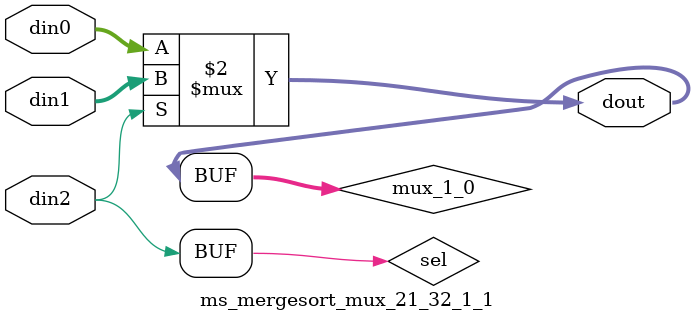
<source format=v>

`timescale 1ns/1ps

module ms_mergesort_mux_21_32_1_1 #(
parameter
    ID                = 0,
    NUM_STAGE         = 1,
    din0_WIDTH       = 32,
    din1_WIDTH       = 32,
    din2_WIDTH         = 32,
    dout_WIDTH            = 32
)(
    input  [31 : 0]     din0,
    input  [31 : 0]     din1,
    input  [0 : 0]    din2,
    output [31 : 0]   dout);

// puts internal signals
wire [0 : 0]     sel;
// level 1 signals
wire [31 : 0]         mux_1_0;

assign sel = din2;

// Generate level 1 logic
assign mux_1_0 = (sel[0] == 0)? din0 : din1;

// output logic
assign dout = mux_1_0;

endmodule

</source>
